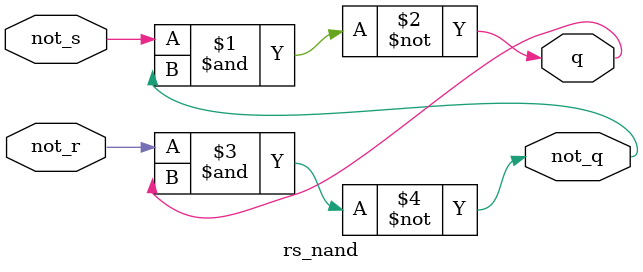
<source format=v>
module rs_nand(
    input not_r,
    input not_s,
    output q,
    output not_q
    );
nand nand0(q, not_s, not_q);
nand nand1(not_q, not_r, q);

endmodule

</source>
